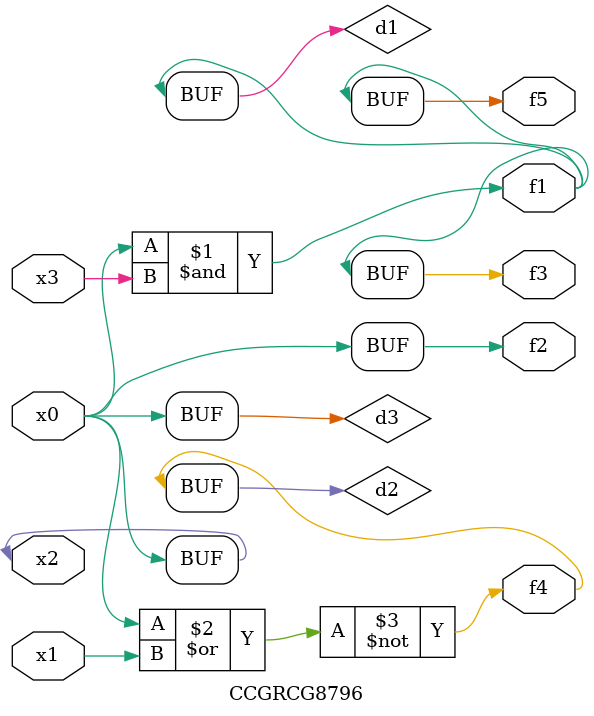
<source format=v>
module CCGRCG8796(
	input x0, x1, x2, x3,
	output f1, f2, f3, f4, f5
);

	wire d1, d2, d3;

	and (d1, x2, x3);
	nor (d2, x0, x1);
	buf (d3, x0, x2);
	assign f1 = d1;
	assign f2 = d3;
	assign f3 = d1;
	assign f4 = d2;
	assign f5 = d1;
endmodule

</source>
